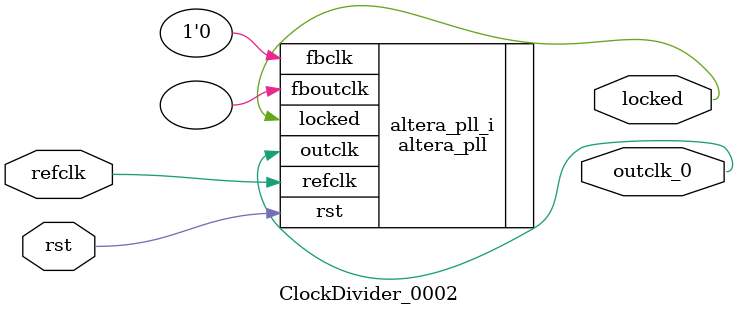
<source format=v>
`timescale 1ns/10ps
module  ClockDivider_0002(

	// interface 'refclk'
	input wire refclk,

	// interface 'reset'
	input wire rst,

	// interface 'outclk0'
	output wire outclk_0,

	// interface 'locked'
	output wire locked
);

	altera_pll #(
		.fractional_vco_multiplier("false"),
		.reference_clock_frequency("50.0 MHz"),
		.operation_mode("direct"),
		.number_of_clocks(1),
		.output_clock_frequency0("25.000000 MHz"),
		.phase_shift0("0 ps"),
		.duty_cycle0(50),
		.output_clock_frequency1("0 MHz"),
		.phase_shift1("0 ps"),
		.duty_cycle1(50),
		.output_clock_frequency2("0 MHz"),
		.phase_shift2("0 ps"),
		.duty_cycle2(50),
		.output_clock_frequency3("0 MHz"),
		.phase_shift3("0 ps"),
		.duty_cycle3(50),
		.output_clock_frequency4("0 MHz"),
		.phase_shift4("0 ps"),
		.duty_cycle4(50),
		.output_clock_frequency5("0 MHz"),
		.phase_shift5("0 ps"),
		.duty_cycle5(50),
		.output_clock_frequency6("0 MHz"),
		.phase_shift6("0 ps"),
		.duty_cycle6(50),
		.output_clock_frequency7("0 MHz"),
		.phase_shift7("0 ps"),
		.duty_cycle7(50),
		.output_clock_frequency8("0 MHz"),
		.phase_shift8("0 ps"),
		.duty_cycle8(50),
		.output_clock_frequency9("0 MHz"),
		.phase_shift9("0 ps"),
		.duty_cycle9(50),
		.output_clock_frequency10("0 MHz"),
		.phase_shift10("0 ps"),
		.duty_cycle10(50),
		.output_clock_frequency11("0 MHz"),
		.phase_shift11("0 ps"),
		.duty_cycle11(50),
		.output_clock_frequency12("0 MHz"),
		.phase_shift12("0 ps"),
		.duty_cycle12(50),
		.output_clock_frequency13("0 MHz"),
		.phase_shift13("0 ps"),
		.duty_cycle13(50),
		.output_clock_frequency14("0 MHz"),
		.phase_shift14("0 ps"),
		.duty_cycle14(50),
		.output_clock_frequency15("0 MHz"),
		.phase_shift15("0 ps"),
		.duty_cycle15(50),
		.output_clock_frequency16("0 MHz"),
		.phase_shift16("0 ps"),
		.duty_cycle16(50),
		.output_clock_frequency17("0 MHz"),
		.phase_shift17("0 ps"),
		.duty_cycle17(50),
		.pll_type("General"),
		.pll_subtype("General")
	) altera_pll_i (
		.rst	(rst),
		.outclk	({outclk_0}),
		.locked	(locked),
		.fboutclk	( ),
		.fbclk	(1'b0),
		.refclk	(refclk)
	);
endmodule


</source>
